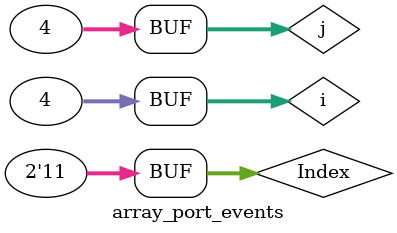
<source format=v>


module array_port_events();

reg  [1:0]	Data[3:0];

reg  [1:0]	Index;

reg  [1:0]	Value;

integer		i;
integer		j;

initial begin
  for (i = 0; i < 4; i = i + 1) begin
    Index = i;
    for (j = 0; j < 4; j = j + 1) begin
      Data[i] = i + j;
      #2;
    end
  end
end

always @* begin
  case (Index)
    0 : Value = Data[0];
    1 : Value = Data[1];
    2 : Value = Data[2];
    3 : Value = Data[3];
  endcase
end

always @(Value) begin
  #1 $display("%d", Value);
end

endmodule

</source>
